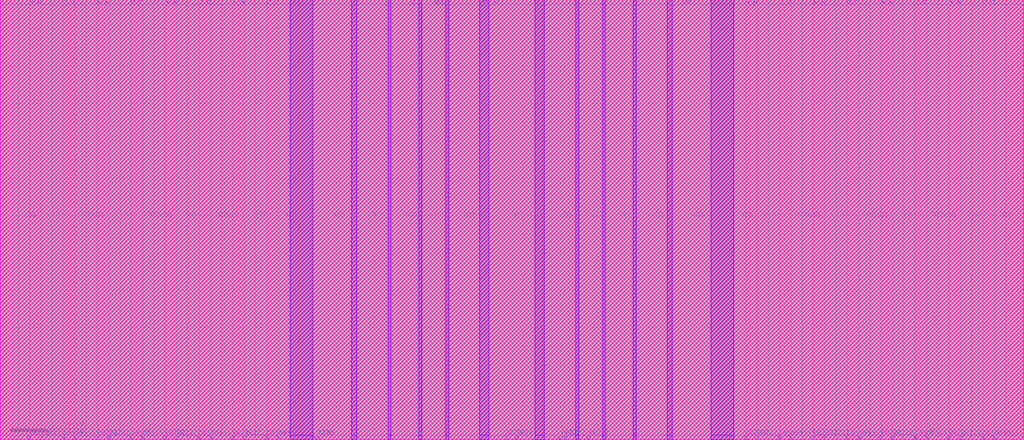
<source format=lef>
/*
     Copyright (c) 2018 SMIC             
     Filename:      qspi_addr_fifo_mem.lef
     IP code:       S55NLLG2PH
     Version:       1.1.0
     CreateDate:    Oct 31, 2018        
                    
    LEF for General 2-PORT SRAM
    SMIC 55nm LL Logic Process

    Configuration: -instname qspi_addr_fifo_mem -rows 32 -bits 32 -mux 1 
    Redundancy: Off
    Bit-Write: Off
*/

# DISCLAIMER                                                                      
#                                                                                   
#   SMIC hereby provides the quality information to you but makes no claims,      
# promises or guarantees about the accuracy, completeness, or adequacy of the     
# information herein. The information contained herein is provided on an "AS IS"  
# basis without any warranty, and SMIC assumes no obligation to provide support   
# of any kind or otherwise maintain the information.                                
#   SMIC disclaims any representation that the information does not infringe any  
# intellectual property rights or proprietary rights of any third parties. SMIC   
# makes no other warranty, whether express, implied or statutory as to any        
# matter whatsoever, including but not limited to the accuracy or sufficiency of  
# any information or the merchantability and fitness for a particular purpose.    
# Neither SMIC nor any of its representatives shall be liable for any cause of    
# action incurred to connect to this service.                                       
#                                                                                 
# STATEMENT OF USE AND CONFIDENTIALITY                                              
#                                                                                   
#   The following/attached material contains confidential and proprietary           
# information of SMIC. This material is based upon information which SMIC           
# considers reliable, but SMIC neither represents nor warrants that such          
# information is accurate or complete, and it must not be relied upon as such.    
# This information was prepared for informational purposes and is for the use     
# by SMIC's customer only. SMIC reserves the right to make changes in the           
# information at any time without notice.                                           
#   No part of this information may be reproduced, transmitted, transcribed,        
# stored in a retrieval system, or translated into any human or computer           
# language, in any form or by any means, electronic, mechanical, magnetic,          
# optical, chemical, manual, or otherwise, without the prior written consent of   
# SMIC. Any unauthorized use or disclosure of this material is strictly             
# prohibited and may be unlawful. By accepting this material, the receiving         
# party shall be deemed to have acknowledged, accepted, and agreed to be bound    
# by the foregoing limitations and restrictions. Thank you.                         
#                                                                                   

VERSION 5.4 ;
NAMESCASESENSITIVE ON ;
BUSBITCHARS "[]" ;
DIVIDERCHAR "/" ;

MACRO qspi_addr_fifo_mem
 CLASS BLOCK ;
 ORIGIN 0 0 ;
 SYMMETRY X Y R90 ;
 SIZE 137.06 BY 58.915 ;

 PIN QA[0]
 DIRECTION OUTPUT ;
 USE SIGNAL ; 
 PORT
 LAYER M3 ;
 RECT 4.055 58.915 4.255 58.42 ;
 END
 PORT
 LAYER M2 ;
 RECT 4.055 58.915 4.255 58.42 ;
 END
 PORT
 LAYER M1 ;
 RECT 4.055 58.915 4.255 58.42 ;
 END
 ANTENNAGATEAREA 0.025 ;
 ANTENNADIFFAREA 0.060 ; 
 END QA[0]

 PIN QA[1]
 DIRECTION OUTPUT ;
 USE SIGNAL ; 
 PORT
 LAYER M3 ;
 RECT 5.145 58.915 5.345 58.42 ;
 END
 PORT
 LAYER M2 ;
 RECT 5.145 58.915 5.345 58.42 ;
 END
 PORT
 LAYER M1 ;
 RECT 5.145 58.915 5.345 58.42 ;
 END
 ANTENNAGATEAREA 0.025 ;
 ANTENNADIFFAREA 0.060 ; 
 END QA[1]

 PIN QA[2]
 DIRECTION OUTPUT ;
 USE SIGNAL ; 
 PORT
 LAYER M3 ;
 RECT 8.595 58.915 8.795 58.42 ;
 END
 PORT
 LAYER M2 ;
 RECT 8.595 58.915 8.795 58.42 ;
 END
 PORT
 LAYER M1 ;
 RECT 8.595 58.915 8.795 58.42 ;
 END
 ANTENNAGATEAREA 0.025 ;
 ANTENNADIFFAREA 0.060 ; 
 END QA[2]

 PIN QA[3]
 DIRECTION OUTPUT ;
 USE SIGNAL ; 
 PORT
 LAYER M3 ;
 RECT 9.685 58.915 9.885 58.42 ;
 END
 PORT
 LAYER M2 ;
 RECT 9.685 58.915 9.885 58.42 ;
 END
 PORT
 LAYER M1 ;
 RECT 9.685 58.915 9.885 58.42 ;
 END
 ANTENNAGATEAREA 0.025 ;
 ANTENNADIFFAREA 0.060 ; 
 END QA[3]

 PIN QA[4]
 DIRECTION OUTPUT ;
 USE SIGNAL ; 
 PORT
 LAYER M3 ;
 RECT 13.135 58.915 13.335 58.42 ;
 END
 PORT
 LAYER M2 ;
 RECT 13.135 58.915 13.335 58.42 ;
 END
 PORT
 LAYER M1 ;
 RECT 13.135 58.915 13.335 58.42 ;
 END
 ANTENNAGATEAREA 0.025 ;
 ANTENNADIFFAREA 0.060 ; 
 END QA[4]

 PIN QA[5]
 DIRECTION OUTPUT ;
 USE SIGNAL ; 
 PORT
 LAYER M3 ;
 RECT 14.225 58.915 14.425 58.42 ;
 END
 PORT
 LAYER M2 ;
 RECT 14.225 58.915 14.425 58.42 ;
 END
 PORT
 LAYER M1 ;
 RECT 14.225 58.915 14.425 58.42 ;
 END
 ANTENNAGATEAREA 0.025 ;
 ANTENNADIFFAREA 0.060 ; 
 END QA[5]

 PIN QA[6]
 DIRECTION OUTPUT ;
 USE SIGNAL ; 
 PORT
 LAYER M3 ;
 RECT 17.675 58.915 17.875 58.42 ;
 END
 PORT
 LAYER M2 ;
 RECT 17.675 58.915 17.875 58.42 ;
 END
 PORT
 LAYER M1 ;
 RECT 17.675 58.915 17.875 58.42 ;
 END
 ANTENNAGATEAREA 0.025 ;
 ANTENNADIFFAREA 0.060 ; 
 END QA[6]

 PIN QA[7]
 DIRECTION OUTPUT ;
 USE SIGNAL ; 
 PORT
 LAYER M3 ;
 RECT 18.765 58.915 18.965 58.42 ;
 END
 PORT
 LAYER M2 ;
 RECT 18.765 58.915 18.965 58.42 ;
 END
 PORT
 LAYER M1 ;
 RECT 18.765 58.915 18.965 58.42 ;
 END
 ANTENNAGATEAREA 0.025 ;
 ANTENNADIFFAREA 0.060 ; 
 END QA[7]

 PIN QA[8]
 DIRECTION OUTPUT ;
 USE SIGNAL ; 
 PORT
 LAYER M3 ;
 RECT 22.215 58.915 22.415 58.42 ;
 END
 PORT
 LAYER M2 ;
 RECT 22.215 58.915 22.415 58.42 ;
 END
 PORT
 LAYER M1 ;
 RECT 22.215 58.915 22.415 58.42 ;
 END
 ANTENNAGATEAREA 0.025 ;
 ANTENNADIFFAREA 0.060 ; 
 END QA[8]

 PIN QA[9]
 DIRECTION OUTPUT ;
 USE SIGNAL ; 
 PORT
 LAYER M3 ;
 RECT 23.305 58.915 23.505 58.42 ;
 END
 PORT
 LAYER M2 ;
 RECT 23.305 58.915 23.505 58.42 ;
 END
 PORT
 LAYER M1 ;
 RECT 23.305 58.915 23.505 58.42 ;
 END
 ANTENNAGATEAREA 0.025 ;
 ANTENNADIFFAREA 0.060 ; 
 END QA[9]

 PIN QA[10]
 DIRECTION OUTPUT ;
 USE SIGNAL ; 
 PORT
 LAYER M3 ;
 RECT 26.755 58.915 26.955 58.42 ;
 END
 PORT
 LAYER M2 ;
 RECT 26.755 58.915 26.955 58.42 ;
 END
 PORT
 LAYER M1 ;
 RECT 26.755 58.915 26.955 58.42 ;
 END
 ANTENNAGATEAREA 0.025 ;
 ANTENNADIFFAREA 0.060 ; 
 END QA[10]

 PIN QA[11]
 DIRECTION OUTPUT ;
 USE SIGNAL ; 
 PORT
 LAYER M3 ;
 RECT 27.845 58.915 28.045 58.42 ;
 END
 PORT
 LAYER M2 ;
 RECT 27.845 58.915 28.045 58.42 ;
 END
 PORT
 LAYER M1 ;
 RECT 27.845 58.915 28.045 58.42 ;
 END
 ANTENNAGATEAREA 0.025 ;
 ANTENNADIFFAREA 0.060 ; 
 END QA[11]

 PIN QA[12]
 DIRECTION OUTPUT ;
 USE SIGNAL ; 
 PORT
 LAYER M3 ;
 RECT 31.295 58.915 31.495 58.42 ;
 END
 PORT
 LAYER M2 ;
 RECT 31.295 58.915 31.495 58.42 ;
 END
 PORT
 LAYER M1 ;
 RECT 31.295 58.915 31.495 58.42 ;
 END
 ANTENNAGATEAREA 0.025 ;
 ANTENNADIFFAREA 0.060 ; 
 END QA[12]

 PIN QA[13]
 DIRECTION OUTPUT ;
 USE SIGNAL ; 
 PORT
 LAYER M3 ;
 RECT 32.385 58.915 32.585 58.42 ;
 END
 PORT
 LAYER M2 ;
 RECT 32.385 58.915 32.585 58.42 ;
 END
 PORT
 LAYER M1 ;
 RECT 32.385 58.915 32.585 58.42 ;
 END
 ANTENNAGATEAREA 0.025 ;
 ANTENNADIFFAREA 0.060 ; 
 END QA[13]

 PIN QA[14]
 DIRECTION OUTPUT ;
 USE SIGNAL ; 
 PORT
 LAYER M3 ;
 RECT 35.835 58.915 36.035 58.42 ;
 END
 PORT
 LAYER M2 ;
 RECT 35.835 58.915 36.035 58.42 ;
 END
 PORT
 LAYER M1 ;
 RECT 35.835 58.915 36.035 58.42 ;
 END
 ANTENNAGATEAREA 0.025 ;
 ANTENNADIFFAREA 0.060 ; 
 END QA[14]

 PIN QA[15]
 DIRECTION OUTPUT ;
 USE SIGNAL ; 
 PORT
 LAYER M3 ;
 RECT 36.925 58.915 37.125 58.42 ;
 END
 PORT
 LAYER M2 ;
 RECT 36.925 58.915 37.125 58.42 ;
 END
 PORT
 LAYER M1 ;
 RECT 36.925 58.915 37.125 58.42 ;
 END
 ANTENNAGATEAREA 0.025 ;
 ANTENNADIFFAREA 0.060 ; 
 END QA[15]

 PIN AA[1]
 DIRECTION INPUT ;
 USE SIGNAL ; 
 PORT
 LAYER M3 ;
 RECT 55.215 58.915 55.415 58.42 ;
 END
 PORT
 LAYER M2 ;
 RECT 55.215 58.915 55.415 58.42 ;
 END
 PORT
 LAYER M1 ;
 RECT 55.215 58.915 55.415 58.42 ;
 END
 ANTENNAGATEAREA 0.025 ;
 ANTENNADIFFAREA 0.060 ; 
 END AA[1]

 PIN AA[0]
 DIRECTION INPUT ;
 USE SIGNAL ; 
 PORT
 LAYER M3 ;
 RECT 58.32 58.915 58.52 58.42 ;
 END
 PORT
 LAYER M2 ;
 RECT 58.32 58.915 58.52 58.42 ;
 END
 PORT
 LAYER M1 ;
 RECT 58.32 58.915 58.52 58.42 ;
 END
 ANTENNAGATEAREA 0.025 ;
 ANTENNADIFFAREA 0.060 ; 
 END AA[0]

 PIN AA[2]
 DIRECTION INPUT ;
 USE SIGNAL ; 
 PORT
 LAYER M3 ;
 RECT 58.97 58.915 59.17 58.42 ;
 END
 PORT
 LAYER M2 ;
 RECT 58.97 58.915 59.17 58.42 ;
 END
 PORT
 LAYER M1 ;
 RECT 58.97 58.915 59.17 58.42 ;
 END
 ANTENNAGATEAREA 0.025 ;
 ANTENNADIFFAREA 0.060 ; 
 END AA[2]

 PIN AA[4]
 DIRECTION INPUT ;
 USE SIGNAL ; 
 PORT
 LAYER M3 ;
 RECT 64.87 58.915 65.07 58.42 ;
 END
 PORT
 LAYER M2 ;
 RECT 64.87 58.915 65.07 58.42 ;
 END
 PORT
 LAYER M1 ;
 RECT 64.87 58.915 65.07 58.42 ;
 END
 ANTENNAGATEAREA 0.025 ;
 ANTENNADIFFAREA 0.060 ; 
 END AA[4]

 PIN AA[3]
 DIRECTION INPUT ;
 USE SIGNAL ; 
 PORT
 LAYER M3 ;
 RECT 66.305 58.915 66.505 58.42 ;
 END
 PORT
 LAYER M2 ;
 RECT 66.305 58.915 66.505 58.42 ;
 END
 PORT
 LAYER M1 ;
 RECT 66.305 58.915 66.505 58.42 ;
 END
 ANTENNAGATEAREA 0.025 ;
 ANTENNADIFFAREA 0.060 ; 
 END AA[3]

 PIN CENA
 DIRECTION INPUT ;
 USE SIGNAL ; 
 PORT
 LAYER M3 ;
 RECT 91.63 58.915 91.83 58.42 ;
 END
 PORT
 LAYER M2 ;
 RECT 91.63 58.915 91.83 58.42 ;
 END
 PORT
 LAYER M1 ;
 RECT 91.63 58.915 91.83 58.42 ;
 END
 ANTENNAGATEAREA 0.025 ;
 ANTENNADIFFAREA 0.060 ; 
 END CENA

 PIN CLKA
 DIRECTION INPUT ;
 USE SIGNAL ; 
 PORT
 LAYER M3 ;
 RECT 92.12 58.915 92.32 58.42 ;
 END
 PORT
 LAYER M2 ;
 RECT 92.12 58.915 92.32 58.42 ;
 END
 PORT
 LAYER M1 ;
 RECT 92.12 58.915 92.32 58.42 ;
 END
 ANTENNAGATEAREA 0.025 ;
 ANTENNADIFFAREA 0.060 ; 
 END CLKA

 PIN QA[16]
 DIRECTION OUTPUT ;
 USE SIGNAL ; 
 PORT
 LAYER M3 ;
 RECT 99.935 58.915 100.135 58.42 ;
 END
 PORT
 LAYER M2 ;
 RECT 99.935 58.915 100.135 58.42 ;
 END
 PORT
 LAYER M1 ;
 RECT 99.935 58.915 100.135 58.42 ;
 END
 ANTENNAGATEAREA 0.025 ;
 ANTENNADIFFAREA 0.060 ; 
 END QA[16]

 PIN QA[17]
 DIRECTION OUTPUT ;
 USE SIGNAL ; 
 PORT
 LAYER M3 ;
 RECT 101.025 58.915 101.225 58.42 ;
 END
 PORT
 LAYER M2 ;
 RECT 101.025 58.915 101.225 58.42 ;
 END
 PORT
 LAYER M1 ;
 RECT 101.025 58.915 101.225 58.42 ;
 END
 ANTENNAGATEAREA 0.025 ;
 ANTENNADIFFAREA 0.060 ; 
 END QA[17]

 PIN QA[18]
 DIRECTION OUTPUT ;
 USE SIGNAL ; 
 PORT
 LAYER M3 ;
 RECT 104.475 58.915 104.675 58.42 ;
 END
 PORT
 LAYER M2 ;
 RECT 104.475 58.915 104.675 58.42 ;
 END
 PORT
 LAYER M1 ;
 RECT 104.475 58.915 104.675 58.42 ;
 END
 ANTENNAGATEAREA 0.025 ;
 ANTENNADIFFAREA 0.060 ; 
 END QA[18]

 PIN QA[19]
 DIRECTION OUTPUT ;
 USE SIGNAL ; 
 PORT
 LAYER M3 ;
 RECT 105.565 58.915 105.765 58.42 ;
 END
 PORT
 LAYER M2 ;
 RECT 105.565 58.915 105.765 58.42 ;
 END
 PORT
 LAYER M1 ;
 RECT 105.565 58.915 105.765 58.42 ;
 END
 ANTENNAGATEAREA 0.025 ;
 ANTENNADIFFAREA 0.060 ; 
 END QA[19]

 PIN QA[20]
 DIRECTION OUTPUT ;
 USE SIGNAL ; 
 PORT
 LAYER M3 ;
 RECT 109.015 58.915 109.215 58.42 ;
 END
 PORT
 LAYER M2 ;
 RECT 109.015 58.915 109.215 58.42 ;
 END
 PORT
 LAYER M1 ;
 RECT 109.015 58.915 109.215 58.42 ;
 END
 ANTENNAGATEAREA 0.025 ;
 ANTENNADIFFAREA 0.060 ; 
 END QA[20]

 PIN QA[21]
 DIRECTION OUTPUT ;
 USE SIGNAL ; 
 PORT
 LAYER M3 ;
 RECT 110.105 58.915 110.305 58.42 ;
 END
 PORT
 LAYER M2 ;
 RECT 110.105 58.915 110.305 58.42 ;
 END
 PORT
 LAYER M1 ;
 RECT 110.105 58.915 110.305 58.42 ;
 END
 ANTENNAGATEAREA 0.025 ;
 ANTENNADIFFAREA 0.060 ; 
 END QA[21]

 PIN QA[22]
 DIRECTION OUTPUT ;
 USE SIGNAL ; 
 PORT
 LAYER M3 ;
 RECT 113.555 58.915 113.755 58.42 ;
 END
 PORT
 LAYER M2 ;
 RECT 113.555 58.915 113.755 58.42 ;
 END
 PORT
 LAYER M1 ;
 RECT 113.555 58.915 113.755 58.42 ;
 END
 ANTENNAGATEAREA 0.025 ;
 ANTENNADIFFAREA 0.060 ; 
 END QA[22]

 PIN QA[23]
 DIRECTION OUTPUT ;
 USE SIGNAL ; 
 PORT
 LAYER M3 ;
 RECT 114.645 58.915 114.845 58.42 ;
 END
 PORT
 LAYER M2 ;
 RECT 114.645 58.915 114.845 58.42 ;
 END
 PORT
 LAYER M1 ;
 RECT 114.645 58.915 114.845 58.42 ;
 END
 ANTENNAGATEAREA 0.025 ;
 ANTENNADIFFAREA 0.060 ; 
 END QA[23]

 PIN QA[24]
 DIRECTION OUTPUT ;
 USE SIGNAL ; 
 PORT
 LAYER M3 ;
 RECT 118.095 58.915 118.295 58.42 ;
 END
 PORT
 LAYER M2 ;
 RECT 118.095 58.915 118.295 58.42 ;
 END
 PORT
 LAYER M1 ;
 RECT 118.095 58.915 118.295 58.42 ;
 END
 ANTENNAGATEAREA 0.025 ;
 ANTENNADIFFAREA 0.060 ; 
 END QA[24]

 PIN QA[25]
 DIRECTION OUTPUT ;
 USE SIGNAL ; 
 PORT
 LAYER M3 ;
 RECT 119.185 58.915 119.385 58.42 ;
 END
 PORT
 LAYER M2 ;
 RECT 119.185 58.915 119.385 58.42 ;
 END
 PORT
 LAYER M1 ;
 RECT 119.185 58.915 119.385 58.42 ;
 END
 ANTENNAGATEAREA 0.025 ;
 ANTENNADIFFAREA 0.060 ; 
 END QA[25]

 PIN QA[26]
 DIRECTION OUTPUT ;
 USE SIGNAL ; 
 PORT
 LAYER M3 ;
 RECT 122.635 58.915 122.835 58.42 ;
 END
 PORT
 LAYER M2 ;
 RECT 122.635 58.915 122.835 58.42 ;
 END
 PORT
 LAYER M1 ;
 RECT 122.635 58.915 122.835 58.42 ;
 END
 ANTENNAGATEAREA 0.025 ;
 ANTENNADIFFAREA 0.060 ; 
 END QA[26]

 PIN QA[27]
 DIRECTION OUTPUT ;
 USE SIGNAL ; 
 PORT
 LAYER M3 ;
 RECT 123.725 58.915 123.925 58.42 ;
 END
 PORT
 LAYER M2 ;
 RECT 123.725 58.915 123.925 58.42 ;
 END
 PORT
 LAYER M1 ;
 RECT 123.725 58.915 123.925 58.42 ;
 END
 ANTENNAGATEAREA 0.025 ;
 ANTENNADIFFAREA 0.060 ; 
 END QA[27]

 PIN QA[28]
 DIRECTION OUTPUT ;
 USE SIGNAL ; 
 PORT
 LAYER M3 ;
 RECT 127.175 58.915 127.375 58.42 ;
 END
 PORT
 LAYER M2 ;
 RECT 127.175 58.915 127.375 58.42 ;
 END
 PORT
 LAYER M1 ;
 RECT 127.175 58.915 127.375 58.42 ;
 END
 ANTENNAGATEAREA 0.025 ;
 ANTENNADIFFAREA 0.060 ; 
 END QA[28]

 PIN QA[29]
 DIRECTION OUTPUT ;
 USE SIGNAL ; 
 PORT
 LAYER M3 ;
 RECT 128.265 58.915 128.465 58.42 ;
 END
 PORT
 LAYER M2 ;
 RECT 128.265 58.915 128.465 58.42 ;
 END
 PORT
 LAYER M1 ;
 RECT 128.265 58.915 128.465 58.42 ;
 END
 ANTENNAGATEAREA 0.025 ;
 ANTENNADIFFAREA 0.060 ; 
 END QA[29]

 PIN QA[30]
 DIRECTION OUTPUT ;
 USE SIGNAL ; 
 PORT
 LAYER M3 ;
 RECT 131.715 58.915 131.915 58.42 ;
 END
 PORT
 LAYER M2 ;
 RECT 131.715 58.915 131.915 58.42 ;
 END
 PORT
 LAYER M1 ;
 RECT 131.715 58.915 131.915 58.42 ;
 END
 ANTENNAGATEAREA 0.025 ;
 ANTENNADIFFAREA 0.060 ; 
 END QA[30]

 PIN QA[31]
 DIRECTION OUTPUT ;
 USE SIGNAL ; 
 PORT
 LAYER M3 ;
 RECT 132.805 58.915 133.005 58.42 ;
 END
 PORT
 LAYER M2 ;
 RECT 132.805 58.915 133.005 58.42 ;
 END
 PORT
 LAYER M1 ;
 RECT 132.805 58.915 133.005 58.42 ;
 END
 ANTENNAGATEAREA 0.025 ;
 ANTENNADIFFAREA 0.060 ; 
 END QA[31]

 PIN DB[0]
 DIRECTION INPUT ;
 USE SIGNAL ; 
 PORT
 LAYER M3 ;
 RECT 3.81 0 4.01 0.495 ;
 END
 PORT
 LAYER M2 ;
 RECT 3.81 0 4.01 0.495 ;
 END
 PORT
 LAYER M1 ;
 RECT 3.81 0 4.01 0.495 ;
 END
 ANTENNAGATEAREA 0.025 ;
 ANTENNADIFFAREA 0.060 ; 
 END DB[0]

 PIN DB[1]
 DIRECTION INPUT ;
 USE SIGNAL ; 
 PORT
 LAYER M3 ;
 RECT 5.39 0 5.59 0.495 ;
 END
 PORT
 LAYER M2 ;
 RECT 5.39 0 5.59 0.495 ;
 END
 PORT
 LAYER M1 ;
 RECT 5.39 0 5.59 0.495 ;
 END
 ANTENNAGATEAREA 0.025 ;
 ANTENNADIFFAREA 0.060 ; 
 END DB[1]

 PIN DB[2]
 DIRECTION INPUT ;
 USE SIGNAL ; 
 PORT
 LAYER M3 ;
 RECT 8.35 0 8.55 0.495 ;
 END
 PORT
 LAYER M2 ;
 RECT 8.35 0 8.55 0.495 ;
 END
 PORT
 LAYER M1 ;
 RECT 8.35 0 8.55 0.495 ;
 END
 ANTENNAGATEAREA 0.025 ;
 ANTENNADIFFAREA 0.060 ; 
 END DB[2]

 PIN DB[3]
 DIRECTION INPUT ;
 USE SIGNAL ; 
 PORT
 LAYER M3 ;
 RECT 9.93 0 10.13 0.495 ;
 END
 PORT
 LAYER M2 ;
 RECT 9.93 0 10.13 0.495 ;
 END
 PORT
 LAYER M1 ;
 RECT 9.93 0 10.13 0.495 ;
 END
 ANTENNAGATEAREA 0.025 ;
 ANTENNADIFFAREA 0.060 ; 
 END DB[3]

 PIN DB[4]
 DIRECTION INPUT ;
 USE SIGNAL ; 
 PORT
 LAYER M3 ;
 RECT 12.89 0 13.09 0.495 ;
 END
 PORT
 LAYER M2 ;
 RECT 12.89 0 13.09 0.495 ;
 END
 PORT
 LAYER M1 ;
 RECT 12.89 0 13.09 0.495 ;
 END
 ANTENNAGATEAREA 0.025 ;
 ANTENNADIFFAREA 0.060 ; 
 END DB[4]

 PIN DB[5]
 DIRECTION INPUT ;
 USE SIGNAL ; 
 PORT
 LAYER M3 ;
 RECT 14.47 0 14.67 0.495 ;
 END
 PORT
 LAYER M2 ;
 RECT 14.47 0 14.67 0.495 ;
 END
 PORT
 LAYER M1 ;
 RECT 14.47 0 14.67 0.495 ;
 END
 ANTENNAGATEAREA 0.025 ;
 ANTENNADIFFAREA 0.060 ; 
 END DB[5]

 PIN DB[6]
 DIRECTION INPUT ;
 USE SIGNAL ; 
 PORT
 LAYER M3 ;
 RECT 17.43 0 17.63 0.495 ;
 END
 PORT
 LAYER M2 ;
 RECT 17.43 0 17.63 0.495 ;
 END
 PORT
 LAYER M1 ;
 RECT 17.43 0 17.63 0.495 ;
 END
 ANTENNAGATEAREA 0.025 ;
 ANTENNADIFFAREA 0.060 ; 
 END DB[6]

 PIN DB[7]
 DIRECTION INPUT ;
 USE SIGNAL ; 
 PORT
 LAYER M3 ;
 RECT 19.01 0 19.21 0.495 ;
 END
 PORT
 LAYER M2 ;
 RECT 19.01 0 19.21 0.495 ;
 END
 PORT
 LAYER M1 ;
 RECT 19.01 0 19.21 0.495 ;
 END
 ANTENNAGATEAREA 0.025 ;
 ANTENNADIFFAREA 0.060 ; 
 END DB[7]

 PIN DB[8]
 DIRECTION INPUT ;
 USE SIGNAL ; 
 PORT
 LAYER M3 ;
 RECT 21.97 0 22.17 0.495 ;
 END
 PORT
 LAYER M2 ;
 RECT 21.97 0 22.17 0.495 ;
 END
 PORT
 LAYER M1 ;
 RECT 21.97 0 22.17 0.495 ;
 END
 ANTENNAGATEAREA 0.025 ;
 ANTENNADIFFAREA 0.060 ; 
 END DB[8]

 PIN DB[9]
 DIRECTION INPUT ;
 USE SIGNAL ; 
 PORT
 LAYER M3 ;
 RECT 23.55 0 23.75 0.495 ;
 END
 PORT
 LAYER M2 ;
 RECT 23.55 0 23.75 0.495 ;
 END
 PORT
 LAYER M1 ;
 RECT 23.55 0 23.75 0.495 ;
 END
 ANTENNAGATEAREA 0.025 ;
 ANTENNADIFFAREA 0.060 ; 
 END DB[9]

 PIN DB[10]
 DIRECTION INPUT ;
 USE SIGNAL ; 
 PORT
 LAYER M3 ;
 RECT 26.51 0 26.71 0.495 ;
 END
 PORT
 LAYER M2 ;
 RECT 26.51 0 26.71 0.495 ;
 END
 PORT
 LAYER M1 ;
 RECT 26.51 0 26.71 0.495 ;
 END
 ANTENNAGATEAREA 0.025 ;
 ANTENNADIFFAREA 0.060 ; 
 END DB[10]

 PIN DB[11]
 DIRECTION INPUT ;
 USE SIGNAL ; 
 PORT
 LAYER M3 ;
 RECT 28.09 0 28.29 0.495 ;
 END
 PORT
 LAYER M2 ;
 RECT 28.09 0 28.29 0.495 ;
 END
 PORT
 LAYER M1 ;
 RECT 28.09 0 28.29 0.495 ;
 END
 ANTENNAGATEAREA 0.025 ;
 ANTENNADIFFAREA 0.060 ; 
 END DB[11]

 PIN DB[12]
 DIRECTION INPUT ;
 USE SIGNAL ; 
 PORT
 LAYER M3 ;
 RECT 31.05 0 31.25 0.495 ;
 END
 PORT
 LAYER M2 ;
 RECT 31.05 0 31.25 0.495 ;
 END
 PORT
 LAYER M1 ;
 RECT 31.05 0 31.25 0.495 ;
 END
 ANTENNAGATEAREA 0.025 ;
 ANTENNADIFFAREA 0.060 ; 
 END DB[12]

 PIN DB[13]
 DIRECTION INPUT ;
 USE SIGNAL ; 
 PORT
 LAYER M3 ;
 RECT 32.63 0 32.83 0.495 ;
 END
 PORT
 LAYER M2 ;
 RECT 32.63 0 32.83 0.495 ;
 END
 PORT
 LAYER M1 ;
 RECT 32.63 0 32.83 0.495 ;
 END
 ANTENNAGATEAREA 0.025 ;
 ANTENNADIFFAREA 0.060 ; 
 END DB[13]

 PIN DB[14]
 DIRECTION INPUT ;
 USE SIGNAL ; 
 PORT
 LAYER M3 ;
 RECT 35.59 0 35.79 0.495 ;
 END
 PORT
 LAYER M2 ;
 RECT 35.59 0 35.79 0.495 ;
 END
 PORT
 LAYER M1 ;
 RECT 35.59 0 35.79 0.495 ;
 END
 ANTENNAGATEAREA 0.025 ;
 ANTENNADIFFAREA 0.060 ; 
 END DB[14]

 PIN DB[15]
 DIRECTION INPUT ;
 USE SIGNAL ; 
 PORT
 LAYER M3 ;
 RECT 37.17 0 37.37 0.495 ;
 END
 PORT
 LAYER M2 ;
 RECT 37.17 0 37.37 0.495 ;
 END
 PORT
 LAYER M1 ;
 RECT 37.17 0 37.37 0.495 ;
 END
 ANTENNAGATEAREA 0.025 ;
 ANTENNADIFFAREA 0.060 ; 
 END DB[15]

 PIN CLKB
 DIRECTION INPUT ;
 USE SIGNAL ; 
 PORT
 LAYER M3 ;
 RECT 42.01 0 42.21 0.495 ;
 END
 PORT
 LAYER M2 ;
 RECT 42.01 0 42.21 0.495 ;
 END
 PORT
 LAYER M1 ;
 RECT 42.01 0 42.21 0.495 ;
 END
 ANTENNAGATEAREA 0.025 ;
 ANTENNADIFFAREA 0.060 ; 
 END CLKB

 PIN CENB
 DIRECTION INPUT ;
 USE SIGNAL ; 
 PORT
 LAYER M3 ;
 RECT 42.5 0 42.7 0.495 ;
 END
 PORT
 LAYER M2 ;
 RECT 42.5 0 42.7 0.495 ;
 END
 PORT
 LAYER M1 ;
 RECT 42.5 0 42.7 0.495 ;
 END
 ANTENNAGATEAREA 0.025 ;
 ANTENNADIFFAREA 0.060 ; 
 END CENB

 PIN AB[3]
 DIRECTION INPUT ;
 USE SIGNAL ; 
 PORT
 LAYER M3 ;
 RECT 67.6 0 67.8 0.495 ;
 END
 PORT
 LAYER M2 ;
 RECT 67.6 0 67.8 0.495 ;
 END
 PORT
 LAYER M1 ;
 RECT 67.6 0 67.8 0.495 ;
 END
 ANTENNAGATEAREA 0.025 ;
 ANTENNADIFFAREA 0.060 ; 
 END AB[3]

 PIN AB[4]
 DIRECTION INPUT ;
 USE SIGNAL ; 
 PORT
 LAYER M3 ;
 RECT 69.035 0 69.235 0.495 ;
 END
 PORT
 LAYER M2 ;
 RECT 69.035 0 69.235 0.495 ;
 END
 PORT
 LAYER M1 ;
 RECT 69.035 0 69.235 0.495 ;
 END
 ANTENNAGATEAREA 0.025 ;
 ANTENNADIFFAREA 0.060 ; 
 END AB[4]

 PIN AB[2]
 DIRECTION INPUT ;
 USE SIGNAL ; 
 PORT
 LAYER M3 ;
 RECT 74.935 0 75.135 0.495 ;
 END
 PORT
 LAYER M2 ;
 RECT 74.935 0 75.135 0.495 ;
 END
 PORT
 LAYER M1 ;
 RECT 74.935 0 75.135 0.495 ;
 END
 ANTENNAGATEAREA 0.025 ;
 ANTENNADIFFAREA 0.060 ; 
 END AB[2]

 PIN AB[0]
 DIRECTION INPUT ;
 USE SIGNAL ; 
 PORT
 LAYER M3 ;
 RECT 75.585 0 75.785 0.495 ;
 END
 PORT
 LAYER M2 ;
 RECT 75.585 0 75.785 0.495 ;
 END
 PORT
 LAYER M1 ;
 RECT 75.585 0 75.785 0.495 ;
 END
 ANTENNAGATEAREA 0.025 ;
 ANTENNADIFFAREA 0.060 ; 
 END AB[0]

 PIN AB[1]
 DIRECTION INPUT ;
 USE SIGNAL ; 
 PORT
 LAYER M3 ;
 RECT 78.69 0 78.89 0.495 ;
 END
 PORT
 LAYER M2 ;
 RECT 78.69 0 78.89 0.495 ;
 END
 PORT
 LAYER M1 ;
 RECT 78.69 0 78.89 0.495 ;
 END
 ANTENNAGATEAREA 0.025 ;
 ANTENNADIFFAREA 0.060 ; 
 END AB[1]

 PIN DB[16]
 DIRECTION INPUT ;
 USE SIGNAL ; 
 PORT
 LAYER M3 ;
 RECT 99.69 0 99.89 0.495 ;
 END
 PORT
 LAYER M2 ;
 RECT 99.69 0 99.89 0.495 ;
 END
 PORT
 LAYER M1 ;
 RECT 99.69 0 99.89 0.495 ;
 END
 ANTENNAGATEAREA 0.025 ;
 ANTENNADIFFAREA 0.060 ; 
 END DB[16]

 PIN DB[17]
 DIRECTION INPUT ;
 USE SIGNAL ; 
 PORT
 LAYER M3 ;
 RECT 101.27 0 101.47 0.495 ;
 END
 PORT
 LAYER M2 ;
 RECT 101.27 0 101.47 0.495 ;
 END
 PORT
 LAYER M1 ;
 RECT 101.27 0 101.47 0.495 ;
 END
 ANTENNAGATEAREA 0.025 ;
 ANTENNADIFFAREA 0.060 ; 
 END DB[17]

 PIN DB[18]
 DIRECTION INPUT ;
 USE SIGNAL ; 
 PORT
 LAYER M3 ;
 RECT 104.23 0 104.43 0.495 ;
 END
 PORT
 LAYER M2 ;
 RECT 104.23 0 104.43 0.495 ;
 END
 PORT
 LAYER M1 ;
 RECT 104.23 0 104.43 0.495 ;
 END
 ANTENNAGATEAREA 0.025 ;
 ANTENNADIFFAREA 0.060 ; 
 END DB[18]

 PIN DB[19]
 DIRECTION INPUT ;
 USE SIGNAL ; 
 PORT
 LAYER M3 ;
 RECT 105.81 0 106.01 0.495 ;
 END
 PORT
 LAYER M2 ;
 RECT 105.81 0 106.01 0.495 ;
 END
 PORT
 LAYER M1 ;
 RECT 105.81 0 106.01 0.495 ;
 END
 ANTENNAGATEAREA 0.025 ;
 ANTENNADIFFAREA 0.060 ; 
 END DB[19]

 PIN DB[20]
 DIRECTION INPUT ;
 USE SIGNAL ; 
 PORT
 LAYER M3 ;
 RECT 108.77 0 108.97 0.495 ;
 END
 PORT
 LAYER M2 ;
 RECT 108.77 0 108.97 0.495 ;
 END
 PORT
 LAYER M1 ;
 RECT 108.77 0 108.97 0.495 ;
 END
 ANTENNAGATEAREA 0.025 ;
 ANTENNADIFFAREA 0.060 ; 
 END DB[20]

 PIN DB[21]
 DIRECTION INPUT ;
 USE SIGNAL ; 
 PORT
 LAYER M3 ;
 RECT 110.35 0 110.55 0.495 ;
 END
 PORT
 LAYER M2 ;
 RECT 110.35 0 110.55 0.495 ;
 END
 PORT
 LAYER M1 ;
 RECT 110.35 0 110.55 0.495 ;
 END
 ANTENNAGATEAREA 0.025 ;
 ANTENNADIFFAREA 0.060 ; 
 END DB[21]

 PIN DB[22]
 DIRECTION INPUT ;
 USE SIGNAL ; 
 PORT
 LAYER M3 ;
 RECT 113.31 0 113.51 0.495 ;
 END
 PORT
 LAYER M2 ;
 RECT 113.31 0 113.51 0.495 ;
 END
 PORT
 LAYER M1 ;
 RECT 113.31 0 113.51 0.495 ;
 END
 ANTENNAGATEAREA 0.025 ;
 ANTENNADIFFAREA 0.060 ; 
 END DB[22]

 PIN DB[23]
 DIRECTION INPUT ;
 USE SIGNAL ; 
 PORT
 LAYER M3 ;
 RECT 114.89 0 115.09 0.495 ;
 END
 PORT
 LAYER M2 ;
 RECT 114.89 0 115.09 0.495 ;
 END
 PORT
 LAYER M1 ;
 RECT 114.89 0 115.09 0.495 ;
 END
 ANTENNAGATEAREA 0.025 ;
 ANTENNADIFFAREA 0.060 ; 
 END DB[23]

 PIN DB[24]
 DIRECTION INPUT ;
 USE SIGNAL ; 
 PORT
 LAYER M3 ;
 RECT 117.85 0 118.05 0.495 ;
 END
 PORT
 LAYER M2 ;
 RECT 117.85 0 118.05 0.495 ;
 END
 PORT
 LAYER M1 ;
 RECT 117.85 0 118.05 0.495 ;
 END
 ANTENNAGATEAREA 0.025 ;
 ANTENNADIFFAREA 0.060 ; 
 END DB[24]

 PIN DB[25]
 DIRECTION INPUT ;
 USE SIGNAL ; 
 PORT
 LAYER M3 ;
 RECT 119.43 0 119.63 0.495 ;
 END
 PORT
 LAYER M2 ;
 RECT 119.43 0 119.63 0.495 ;
 END
 PORT
 LAYER M1 ;
 RECT 119.43 0 119.63 0.495 ;
 END
 ANTENNAGATEAREA 0.025 ;
 ANTENNADIFFAREA 0.060 ; 
 END DB[25]

 PIN DB[26]
 DIRECTION INPUT ;
 USE SIGNAL ; 
 PORT
 LAYER M3 ;
 RECT 122.39 0 122.59 0.495 ;
 END
 PORT
 LAYER M2 ;
 RECT 122.39 0 122.59 0.495 ;
 END
 PORT
 LAYER M1 ;
 RECT 122.39 0 122.59 0.495 ;
 END
 ANTENNAGATEAREA 0.025 ;
 ANTENNADIFFAREA 0.060 ; 
 END DB[26]

 PIN DB[27]
 DIRECTION INPUT ;
 USE SIGNAL ; 
 PORT
 LAYER M3 ;
 RECT 123.97 0 124.17 0.495 ;
 END
 PORT
 LAYER M2 ;
 RECT 123.97 0 124.17 0.495 ;
 END
 PORT
 LAYER M1 ;
 RECT 123.97 0 124.17 0.495 ;
 END
 ANTENNAGATEAREA 0.025 ;
 ANTENNADIFFAREA 0.060 ; 
 END DB[27]

 PIN DB[28]
 DIRECTION INPUT ;
 USE SIGNAL ; 
 PORT
 LAYER M3 ;
 RECT 126.93 0 127.13 0.495 ;
 END
 PORT
 LAYER M2 ;
 RECT 126.93 0 127.13 0.495 ;
 END
 PORT
 LAYER M1 ;
 RECT 126.93 0 127.13 0.495 ;
 END
 ANTENNAGATEAREA 0.025 ;
 ANTENNADIFFAREA 0.060 ; 
 END DB[28]

 PIN DB[29]
 DIRECTION INPUT ;
 USE SIGNAL ; 
 PORT
 LAYER M3 ;
 RECT 128.51 0 128.71 0.495 ;
 END
 PORT
 LAYER M2 ;
 RECT 128.51 0 128.71 0.495 ;
 END
 PORT
 LAYER M1 ;
 RECT 128.51 0 128.71 0.495 ;
 END
 ANTENNAGATEAREA 0.025 ;
 ANTENNADIFFAREA 0.060 ; 
 END DB[29]

 PIN DB[30]
 DIRECTION INPUT ;
 USE SIGNAL ; 
 PORT
 LAYER M3 ;
 RECT 131.47 0 131.67 0.495 ;
 END
 PORT
 LAYER M2 ;
 RECT 131.47 0 131.67 0.495 ;
 END
 PORT
 LAYER M1 ;
 RECT 131.47 0 131.67 0.495 ;
 END
 ANTENNAGATEAREA 0.025 ;
 ANTENNADIFFAREA 0.060 ; 
 END DB[30]

 PIN DB[31]
 DIRECTION INPUT ;
 USE SIGNAL ; 
 PORT
 LAYER M3 ;
 RECT 133.05 0 133.25 0.495 ;
 END
 PORT
 LAYER M2 ;
 RECT 133.05 0 133.25 0.495 ;
 END
 PORT
 LAYER M1 ;
 RECT 133.05 0 133.25 0.495 ;
 END
 ANTENNAGATEAREA 0.025 ;
 ANTENNADIFFAREA 0.060 ; 
 END DB[31]

 PIN VDD
 USE POWER ;
 PORT
 LAYER M4 ;
 RECT 2.43 0 3.93 58.915 ;    
 END 
 PORT
 LAYER M4 ;
 RECT 10.01 0 11.51 58.915 ;    
 END 
 PORT
 LAYER M4 ;
 RECT 11.51 0 13.01 58.915 ;    
 END 
 PORT
 LAYER M4 ;
 RECT 19.09 0 20.59 58.915 ;    
 END 
 PORT
 LAYER M4 ;
 RECT 20.59 0 22.09 58.915 ;    
 END 
 PORT
 LAYER M4 ;
 RECT 28.17 0 29.67 58.915 ;    
 END 
 PORT
 LAYER M4 ;
 RECT 29.67 0 31.17 58.915 ;    
 END 
 PORT
 LAYER M4 ;
 RECT 37.25 0 38.75 58.915 ;    
 END 
 PORT
 LAYER M4 ;
 RECT 41.97 0 46.97 58.915 ;    
 END 
 PORT
 LAYER M4 ;
 RECT 52.42 0 55.92 58.915 ;    
 END 
 PORT
 LAYER M4 ;
 RECT 60.12 0 64.12 58.915 ;    
 END 
 PORT
 LAYER M4 ;
 RECT 72.94 0 76.94 58.915 ;    
 END 
 PORT
 LAYER M4 ;
 RECT 81.14 0 84.64 58.915 ;    
 END 
 PORT
 LAYER M4 ;
 RECT 90.09 0 95.09 58.915 ;    
 END 
 PORT
 LAYER M4 ;
 RECT 98.31 0 99.81 58.915 ;    
 END 
 PORT
 LAYER M4 ;
 RECT 105.89 0 107.39 58.915 ;    
 END 
 PORT
 LAYER M4 ;
 RECT 107.39 0 108.89 58.915 ;    
 END 
 PORT
 LAYER M4 ;
 RECT 114.97 0 116.47 58.915 ;    
 END 
 PORT
 LAYER M4 ;
 RECT 116.47 0 117.97 58.915 ;    
 END 
 PORT
 LAYER M4 ;
 RECT 124.05 0 125.55 58.915 ;    
 END 
 PORT
 LAYER M4 ;
 RECT 125.55 0 127.05 58.915 ;    
 END 
 PORT
 LAYER M4 ;
 RECT 133.13 0 134.63 58.915 ;    
 END 
 END VDD

 PIN VSS
 USE GROUND ;
 PORT
 LAYER M4 ;
 RECT 5.47 0 6.97 58.915 ;      
 END
 PORT
 LAYER M4 ;
 RECT 6.97 0 8.47 58.915 ;      
 END
 PORT
 LAYER M4 ;
 RECT 14.55 0 16.05 58.915 ;      
 END
 PORT
 LAYER M4 ;
 RECT 16.05 0 17.55 58.915 ;      
 END
 PORT
 LAYER M4 ;
 RECT 23.63 0 25.13 58.915 ;      
 END
 PORT
 LAYER M4 ;
 RECT 25.13 0 26.63 58.915 ;      
 END
 PORT
 LAYER M4 ;
 RECT 32.71 0 34.21 58.915 ;      
 END
 PORT
 LAYER M4 ;
 RECT 34.21 0 35.71 58.915 ;      
 END
 PORT
 LAYER M4 ;
 RECT 47.82 0 51.82 58.915 ;      
 END
 PORT
 LAYER M4 ;
 RECT 56.52 0 59.52 58.915 ;      
 END
 PORT
 LAYER M4 ;
 RECT 65.525 0 71.525 58.915 ;      
 END
 PORT
 LAYER M4 ;
 RECT 77.54 0 80.54 58.915 ;      
 END
 PORT
 LAYER M4 ;
 RECT 85.24 0 89.24 58.915 ;      
 END
 PORT
 LAYER M4 ;
 RECT 101.35 0 102.85 58.915 ;      
 END
 PORT
 LAYER M4 ;
 RECT 102.85 0 104.35 58.915 ;      
 END
 PORT
 LAYER M4 ;
 RECT 110.43 0 111.93 58.915 ;      
 END
 PORT
 LAYER M4 ;
 RECT 111.93 0 113.43 58.915 ;      
 END
 PORT
 LAYER M4 ;
 RECT 119.51 0 121.01 58.915 ;      
 END
 PORT
 LAYER M4 ;
 RECT 121.01 0 122.51 58.915 ;      
 END
 PORT
 LAYER M4 ;
 RECT 128.59 0 130.09 58.915 ;      
 END
 PORT
 LAYER M4 ;
 RECT 130.09 0 131.59 58.915 ;      
 END
 END VSS

 OBS
 LAYER M1 ;
 RECT 0 0 3.72 0.585 ;
 RECT 4.1 0 5.3 0.585 ;
 RECT 5.68 0 8.26 0.585 ;
 RECT 8.64 0 9.84 0.585 ;
 RECT 10.22 0 12.8 0.585 ;
 RECT 13.18 0 14.38 0.585 ;
 RECT 14.76 0 17.34 0.585 ;
 RECT 17.72 0 18.92 0.585 ;
 RECT 19.3 0 21.88 0.585 ;
 RECT 22.26 0 23.46 0.585 ;
 RECT 23.84 0 26.42 0.585 ;
 RECT 26.8 0 28 0.585 ;
 RECT 28.38 0 30.96 0.585 ;
 RECT 31.34 0 32.54 0.585 ;
 RECT 32.92 0 35.5 0.585 ;
 RECT 35.88 0 37.08 0.585 ;
 RECT 37.46 0 41.92 0.585 ;
 RECT 42.3 0 42.41 0.585 ;
 RECT 42.79 0 67.51 0.585 ;
 RECT 67.89 0 68.945 0.585 ;
 RECT 69.325 0 74.845 0.585 ;
 RECT 75.225 0 75.495 0.585 ;
 RECT 75.875 0 78.6 0.585 ;
 RECT 78.98 0 99.6 0.585 ;
 RECT 99.98 0 101.18 0.585 ;
 RECT 101.56 0 104.14 0.585 ;
 RECT 104.52 0 105.72 0.585 ;
 RECT 106.1 0 108.68 0.585 ;
 RECT 109.06 0 110.26 0.585 ;
 RECT 110.64 0 113.22 0.585 ;
 RECT 113.6 0 114.8 0.585 ;
 RECT 115.18 0 117.76 0.585 ;
 RECT 118.14 0 119.34 0.585 ;
 RECT 119.72 0 122.3 0.585 ;
 RECT 122.68 0 123.88 0.585 ;
 RECT 124.26 0 126.84 0.585 ;
 RECT 127.22 0 128.42 0.585 ;
 RECT 128.8 0 131.38 0.585 ;
 RECT 131.76 0 132.96 0.585 ;
 RECT 133.34 0 137.06 0.585 ;
 RECT 0 58.915 3.965 58.33 ;
 RECT 4.345 58.915 5.055 58.33 ;
 RECT 5.435 58.915 8.505 58.33 ;
 RECT 8.885 58.915 9.595 58.33 ;
 RECT 9.975 58.915 13.045 58.33 ;
 RECT 13.425 58.915 14.135 58.33 ;
 RECT 14.515 58.915 17.585 58.33 ;
 RECT 17.965 58.915 18.675 58.33 ;
 RECT 19.055 58.915 22.125 58.33 ;
 RECT 22.505 58.915 23.215 58.33 ;
 RECT 23.595 58.915 26.665 58.33 ;
 RECT 27.045 58.915 27.755 58.33 ;
 RECT 28.135 58.915 31.205 58.33 ;
 RECT 31.585 58.915 32.295 58.33 ;
 RECT 32.675 58.915 35.745 58.33 ;
 RECT 36.125 58.915 36.835 58.33 ;
 RECT 37.215 58.915 55.125 58.33 ;
 RECT 55.505 58.915 58.23 58.33 ;
 RECT 58.61 58.915 58.88 58.33 ;
 RECT 59.26 58.915 64.78 58.33 ;
 RECT 65.16 58.915 66.215 58.33 ;
 RECT 66.595 58.915 91.54 58.33 ;
 RECT 91.92 58.915 92.03 58.33 ;
 RECT 92.41 58.915 99.845 58.33 ;
 RECT 100.225 58.915 100.935 58.33 ;
 RECT 101.315 58.915 104.385 58.33 ;
 RECT 104.765 58.915 105.475 58.33 ;
 RECT 105.855 58.915 108.925 58.33 ;
 RECT 109.305 58.915 110.015 58.33 ;
 RECT 110.395 58.915 113.465 58.33 ;
 RECT 113.845 58.915 114.555 58.33 ;
 RECT 114.935 58.915 118.005 58.33 ;
 RECT 118.385 58.915 119.095 58.33 ;
 RECT 119.475 58.915 122.545 58.33 ;
 RECT 122.925 58.915 123.635 58.33 ;
 RECT 124.015 58.915 127.085 58.33 ;
 RECT 127.465 58.915 128.175 58.33 ;
 RECT 128.555 58.915 131.625 58.33 ;
 RECT 132.005 58.915 132.715 58.33 ;
 RECT 133.095 58.915 137.06 58.33 ;
 RECT 0 0.585 137.06 58.33 ;
 LAYER M2 ;
 RECT 0 0 3.71 0.595 ;
 RECT 4.11 0 5.29 0.595 ;
 RECT 5.69 0 8.25 0.595 ;
 RECT 8.65 0 9.83 0.595 ;
 RECT 10.23 0 12.79 0.595 ;
 RECT 13.19 0 14.37 0.595 ;
 RECT 14.77 0 17.33 0.595 ;
 RECT 17.73 0 18.91 0.595 ;
 RECT 19.31 0 21.87 0.595 ;
 RECT 22.27 0 23.45 0.595 ;
 RECT 23.85 0 26.41 0.595 ;
 RECT 26.81 0 27.99 0.595 ;
 RECT 28.39 0 30.95 0.595 ;
 RECT 31.35 0 32.53 0.595 ;
 RECT 32.93 0 35.49 0.595 ;
 RECT 35.89 0 37.07 0.595 ;
 RECT 37.47 0 41.91 0.595 ;
 RECT 42.8 0 67.5 0.595 ;
 RECT 67.9 0 68.935 0.595 ;
 RECT 69.335 0 74.835 0.595 ;
 RECT 75.235 0 75.485 0.595 ;
 RECT 75.885 0 78.59 0.595 ;
 RECT 78.99 0 99.59 0.595 ;
 RECT 99.99 0 101.17 0.595 ;
 RECT 101.57 0 104.13 0.595 ;
 RECT 104.53 0 105.71 0.595 ;
 RECT 106.11 0 108.67 0.595 ;
 RECT 109.07 0 110.25 0.595 ;
 RECT 110.65 0 113.21 0.595 ;
 RECT 113.61 0 114.79 0.595 ;
 RECT 115.19 0 117.75 0.595 ;
 RECT 118.15 0 119.33 0.595 ;
 RECT 119.73 0 122.29 0.595 ;
 RECT 122.69 0 123.87 0.595 ;
 RECT 124.27 0 126.83 0.595 ;
 RECT 127.23 0 128.41 0.595 ;
 RECT 128.81 0 131.37 0.595 ;
 RECT 131.77 0 132.95 0.595 ;
 RECT 133.35 0 137.06 0.595 ;
 RECT 0 58.915 3.955 58.32 ;
 RECT 4.355 58.915 5.045 58.32 ;
 RECT 5.445 58.915 8.495 58.32 ;
 RECT 8.895 58.915 9.585 58.32 ;
 RECT 9.985 58.915 13.035 58.32 ;
 RECT 13.435 58.915 14.125 58.32 ;
 RECT 14.525 58.915 17.575 58.32 ;
 RECT 17.975 58.915 18.665 58.32 ;
 RECT 19.065 58.915 22.115 58.32 ;
 RECT 22.515 58.915 23.205 58.32 ;
 RECT 23.605 58.915 26.655 58.32 ;
 RECT 27.055 58.915 27.745 58.32 ;
 RECT 28.145 58.915 31.195 58.32 ;
 RECT 31.595 58.915 32.285 58.32 ;
 RECT 32.685 58.915 35.735 58.32 ;
 RECT 36.135 58.915 36.825 58.32 ;
 RECT 37.225 58.915 55.115 58.32 ;
 RECT 55.515 58.915 58.22 58.32 ;
 RECT 58.62 58.915 58.87 58.32 ;
 RECT 59.27 58.915 64.77 58.32 ;
 RECT 65.17 58.915 66.205 58.32 ;
 RECT 66.605 58.915 91.53 58.32 ;
 RECT 92.42 58.915 99.835 58.32 ;
 RECT 100.235 58.915 100.925 58.32 ;
 RECT 101.325 58.915 104.375 58.32 ;
 RECT 104.775 58.915 105.465 58.32 ;
 RECT 105.865 58.915 108.915 58.32 ;
 RECT 109.315 58.915 110.005 58.32 ;
 RECT 110.405 58.915 113.455 58.32 ;
 RECT 113.855 58.915 114.545 58.32 ;
 RECT 114.945 58.915 117.995 58.32 ;
 RECT 118.395 58.915 119.085 58.32 ;
 RECT 119.485 58.915 122.535 58.32 ;
 RECT 122.935 58.915 123.625 58.32 ;
 RECT 124.025 58.915 127.075 58.32 ;
 RECT 127.475 58.915 128.165 58.32 ;
 RECT 128.565 58.915 131.615 58.32 ;
 RECT 132.015 58.915 132.705 58.32 ;
 RECT 133.105 58.915 137.06 58.32 ;
 RECT 0 0.595 137.06 58.32 ;
 LAYER M3 ;
 RECT 0 0 3.71 0.595 ;
 RECT 4.11 0 5.29 0.595 ;
 RECT 5.69 0 8.25 0.595 ;
 RECT 8.65 0 9.83 0.595 ;
 RECT 10.23 0 12.79 0.595 ;
 RECT 13.19 0 14.37 0.595 ;
 RECT 14.77 0 17.33 0.595 ;
 RECT 17.73 0 18.91 0.595 ;
 RECT 19.31 0 21.87 0.595 ;
 RECT 22.27 0 23.45 0.595 ;
 RECT 23.85 0 26.41 0.595 ;
 RECT 26.81 0 27.99 0.595 ;
 RECT 28.39 0 30.95 0.595 ;
 RECT 31.35 0 32.53 0.595 ;
 RECT 32.93 0 35.49 0.595 ;
 RECT 35.89 0 37.07 0.595 ;
 RECT 37.47 0 41.91 0.595 ;
 RECT 42.8 0 67.5 0.595 ;
 RECT 67.9 0 68.935 0.595 ;
 RECT 69.335 0 74.835 0.595 ;
 RECT 75.235 0 75.485 0.595 ;
 RECT 75.885 0 78.59 0.595 ;
 RECT 78.99 0 99.59 0.595 ;
 RECT 99.99 0 101.17 0.595 ;
 RECT 101.57 0 104.13 0.595 ;
 RECT 104.53 0 105.71 0.595 ;
 RECT 106.11 0 108.67 0.595 ;
 RECT 109.07 0 110.25 0.595 ;
 RECT 110.65 0 113.21 0.595 ;
 RECT 113.61 0 114.79 0.595 ;
 RECT 115.19 0 117.75 0.595 ;
 RECT 118.15 0 119.33 0.595 ;
 RECT 119.73 0 122.29 0.595 ;
 RECT 122.69 0 123.87 0.595 ;
 RECT 124.27 0 126.83 0.595 ;
 RECT 127.23 0 128.41 0.595 ;
 RECT 128.81 0 131.37 0.595 ;
 RECT 131.77 0 132.95 0.595 ;
 RECT 133.35 0 137.06 0.595 ;
 RECT 0 58.915 3.955 58.32 ;
 RECT 4.355 58.915 5.045 58.32 ;
 RECT 5.445 58.915 8.495 58.32 ;
 RECT 8.895 58.915 9.585 58.32 ;
 RECT 9.985 58.915 13.035 58.32 ;
 RECT 13.435 58.915 14.125 58.32 ;
 RECT 14.525 58.915 17.575 58.32 ;
 RECT 17.975 58.915 18.665 58.32 ;
 RECT 19.065 58.915 22.115 58.32 ;
 RECT 22.515 58.915 23.205 58.32 ;
 RECT 23.605 58.915 26.655 58.32 ;
 RECT 27.055 58.915 27.745 58.32 ;
 RECT 28.145 58.915 31.195 58.32 ;
 RECT 31.595 58.915 32.285 58.32 ;
 RECT 32.685 58.915 35.735 58.32 ;
 RECT 36.135 58.915 36.825 58.32 ;
 RECT 37.225 58.915 55.115 58.32 ;
 RECT 55.515 58.915 58.22 58.32 ;
 RECT 58.62 58.915 58.87 58.32 ;
 RECT 59.27 58.915 64.77 58.32 ;
 RECT 65.17 58.915 66.205 58.32 ;
 RECT 66.605 58.915 91.53 58.32 ;
 RECT 92.42 58.915 99.835 58.32 ;
 RECT 100.235 58.915 100.925 58.32 ;
 RECT 101.325 58.915 104.375 58.32 ;
 RECT 104.775 58.915 105.465 58.32 ;
 RECT 105.865 58.915 108.915 58.32 ;
 RECT 109.315 58.915 110.005 58.32 ;
 RECT 110.405 58.915 113.455 58.32 ;
 RECT 113.855 58.915 114.545 58.32 ;
 RECT 114.945 58.915 117.995 58.32 ;
 RECT 118.395 58.915 119.085 58.32 ;
 RECT 119.485 58.915 122.535 58.32 ;
 RECT 122.935 58.915 123.625 58.32 ;
 RECT 124.025 58.915 127.075 58.32 ;
 RECT 127.475 58.915 128.165 58.32 ;
 RECT 128.565 58.915 131.615 58.32 ;
 RECT 132.015 58.915 132.705 58.32 ;
 RECT 133.105 58.915 137.06 58.32 ;
 RECT 0 0.595 137.06 58.32 ;

 LAYER V1 ;
 RECT 0 0 137.06 58.915 ;
 LAYER V2 ;
 RECT 0 0 137.06 58.915 ;
 LAYER V3 ;
 RECT 0 0 137.06 58.915 ;

 LAYER M4 ;
 RECT 38.85 0 41.87 0.595 ;
 RECT 38.85 0.595 41.87 58.915 ;
 RECT 47.07 0 47.72 0.595 ;
 RECT 47.07 0.595 47.72 58.915 ;
 RECT 51.92 0 52.32 0.595 ;
 RECT 51.92 0.595 52.32 58.915 ;
 RECT 56.02 0 56.42 0.595 ;
 RECT 56.02 0.595 56.42 58.915 ;
 RECT 59.62 0 60.02 0.595 ;
 RECT 59.62 0.595 60.02 58.915 ;
 RECT 64.22 0 65.425 0.595 ;
 RECT 64.22 0.595 65.425 58.915 ;
 RECT 71.625 0 72.84 0.595 ;
 RECT 71.625 0.595 72.84 58.915 ;
 RECT 77.04 0 77.44 0.595 ;
 RECT 77.04 0.595 77.44 58.915 ;
 RECT 80.64 0 81.04 0.595 ;
 RECT 80.64 0.595 81.04 58.915 ;
 RECT 84.74 0 85.14 0.595 ;
 RECT 84.74 0.595 85.14 58.915 ;
 RECT 89.34 0 89.99 0.595 ;
 RECT 89.34 0.595 89.99 58.915 ;
 RECT 95.19 0 98.21 0.595 ;
 RECT 95.19 0.595 98.21 58.915 ;
 LAYER V4 ;
 RECT 38.85 0 41.87 0.595 ;
 RECT 38.85 0.595 41.87 58.915 ;
 RECT 47.07 0 47.72 0.595 ;
 RECT 47.07 0.595 47.72 58.915 ;
 RECT 51.92 0 52.32 0.595 ;
 RECT 51.92 0.595 52.32 58.915 ;
 RECT 56.02 0 56.42 0.595 ;
 RECT 56.02 0.595 56.42 58.915 ;
 RECT 59.62 0 60.02 0.595 ;
 RECT 59.62 0.595 60.02 58.915 ;
 RECT 64.22 0 65.425 0.595 ;
 RECT 64.22 0.595 65.425 58.915 ;
 RECT 71.625 0 72.84 0.595 ;
 RECT 71.625 0.595 72.84 58.915 ;
 RECT 77.04 0 77.44 0.595 ;
 RECT 77.04 0.595 77.44 58.915 ;
 RECT 80.64 0 81.04 0.595 ;
 RECT 80.64 0.595 81.04 58.915 ;
 RECT 84.74 0 85.14 0.595 ;
 RECT 84.74 0.595 85.14 58.915 ;
 RECT 89.34 0 89.99 0.595 ;
 RECT 89.34 0.595 89.99 58.915 ;
 RECT 95.19 0 98.21 0.595 ;
 RECT 95.19 0.595 98.21 58.915 ;
 END

END qspi_addr_fifo_mem
END LIBRARY
</source>
